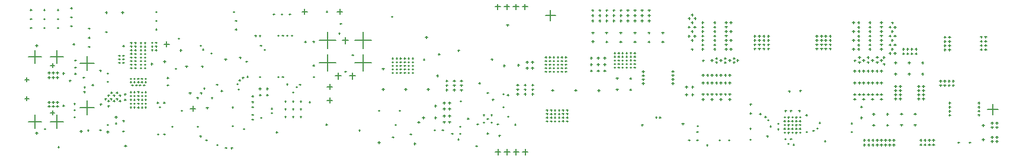
<source format=gbr>
%TF.GenerationSoftware,Altium Limited,Altium Designer,19.0.15 (446)*%
G04 Layer_Color=128*
%FSLAX45Y45*%
%MOMM*%
%TF.FileFunction,Drillmap*%
%TF.Part,CustomerPanel*%
G01*
G75*
%TA.AperFunction,NonConductor*%
%ADD118C,0.12700*%
D118*
X9281800Y5958840D02*
X9361800D01*
X9321800Y5918840D02*
Y5998840D01*
X9411340Y5958126D02*
X9491340D01*
X9451340Y5918126D02*
Y5998126D01*
X9540880Y5958840D02*
X9620880D01*
X9580880Y5918840D02*
Y5998840D01*
X9670420Y5958840D02*
X9750420D01*
X9710420Y5918840D02*
Y5998840D01*
X9667880Y8039100D02*
X9747880D01*
X9707880Y7999100D02*
Y8079100D01*
X9538340Y8039100D02*
X9618340D01*
X9578340Y7999100D02*
Y8079100D01*
X9408800Y8038386D02*
X9488800D01*
X9448800Y7998386D02*
Y8078386D01*
X9279260Y8039100D02*
X9359260D01*
X9319260Y7999100D02*
Y8079100D01*
X6879520Y6698554D02*
X6955720D01*
X6917620Y6660454D02*
Y6736654D01*
X6879520Y6893520D02*
X6955720D01*
X6917620Y6855420D02*
Y6931620D01*
X2923200Y7324098D02*
X3113200D01*
X3018200Y7229098D02*
Y7419098D01*
X2608200Y7324098D02*
X2798200D01*
X2703200Y7229098D02*
Y7419098D01*
X2923200Y6394098D02*
X3113200D01*
X3018200Y6299098D02*
Y6489098D01*
X2608200Y6394098D02*
X2798200D01*
X2703200Y6299098D02*
Y6489098D01*
X4545260Y7503449D02*
X4621460D01*
X4583360Y7465349D02*
Y7541549D01*
X4923720Y6581100D02*
X4999920D01*
X4961820Y6543000D02*
Y6619200D01*
X4278600Y6961060D02*
X4298600D01*
X4288600Y6951060D02*
Y6971060D01*
X4063600Y6961060D02*
X4083600D01*
X4073600Y6951060D02*
Y6971060D01*
X4171100Y6961060D02*
X4191100D01*
X4181100Y6951060D02*
Y6971060D01*
X4171100Y6819560D02*
X4191100D01*
X4181100Y6809560D02*
Y6829560D01*
X4171100Y6597560D02*
X4191100D01*
X4181100Y6587560D02*
Y6607560D01*
X4278600Y6708560D02*
X4298600D01*
X4288600Y6698560D02*
Y6718560D01*
X4063600Y6708560D02*
X4083600D01*
X4073600Y6698560D02*
Y6718560D01*
X4171100Y6708560D02*
X4191100D01*
X4181100Y6698560D02*
Y6718560D01*
X9997300Y7917140D02*
X10147300D01*
X10072300Y7842141D02*
Y7992140D01*
X16319360Y6568400D02*
X16469360D01*
X16394360Y6493401D02*
Y6643400D01*
X6767870Y7555860D02*
X7005370D01*
X6886620Y7437111D02*
Y7674610D01*
X6767870Y7238360D02*
X7005370D01*
X6886620Y7119611D02*
Y7357110D01*
X7275870Y7238360D02*
X7513370D01*
X7394620Y7119611D02*
Y7357110D01*
X7275870Y7555860D02*
X7513370D01*
X7394620Y7437111D02*
Y7674610D01*
X7095620Y7555860D02*
X7185620D01*
X7140620Y7510861D02*
Y7600860D01*
X7197220Y7047860D02*
X7287220D01*
X7242220Y7002861D02*
Y7092860D01*
X6994020Y7047860D02*
X7084020D01*
X7039020Y7002861D02*
Y7092860D01*
X6521380Y7967940D02*
X6597580D01*
X6559480Y7929840D02*
Y8006040D01*
X7024284Y7967940D02*
X7100484D01*
X7062384Y7929840D02*
Y8006040D01*
X13410460Y6457121D02*
X13430780D01*
X13420621Y6446961D02*
Y6467281D01*
X13630460Y6457121D02*
X13650780D01*
X13640620Y6446961D02*
Y6467281D01*
X13410460Y6237121D02*
X13430780D01*
X13420621Y6226961D02*
Y6247281D01*
X13630460Y6237121D02*
X13650780D01*
X13640620Y6226961D02*
Y6247281D01*
X13410460Y6347121D02*
X13430780D01*
X13420621Y6336961D02*
Y6357281D01*
X13520461Y6457121D02*
X13540781D01*
X13530620Y6446961D02*
Y6467281D01*
X13520461Y6237121D02*
X13540781D01*
X13530620Y6226961D02*
Y6247281D01*
X13627960Y6347121D02*
X13648280D01*
X13638120Y6336961D02*
Y6357281D01*
X7064940Y7795220D02*
X7085260D01*
X7075100Y7785060D02*
Y7805380D01*
X5805460Y6758900D02*
X5825780D01*
X5815620Y6748740D02*
Y6769060D01*
X6623920Y6673800D02*
X6644240D01*
X6634080Y6663640D02*
Y6683960D01*
X8471285Y7359832D02*
X8491605D01*
X8481445Y7349672D02*
Y7369992D01*
X8253221Y7282400D02*
X8273541D01*
X8263381Y7272240D02*
Y7292560D01*
X7811280Y6170964D02*
X7831600D01*
X7821440Y6160804D02*
Y6181124D01*
X8119100Y6078180D02*
X8149580D01*
X8134340Y6062940D02*
Y6093420D01*
X8747680Y6139536D02*
X8768000D01*
X8757840Y6129376D02*
Y6149696D01*
X7611040Y6549621D02*
X7631360D01*
X7621200Y6539461D02*
Y6559781D01*
X9334420Y6192241D02*
X9354740D01*
X9344580Y6182081D02*
Y6202401D01*
X4542060Y6664920D02*
X4562380D01*
X4552220Y6654760D02*
Y6675080D01*
X5297100Y6924000D02*
X5317420D01*
X5307260Y6913840D02*
Y6934160D01*
X5363140Y6835100D02*
X5383460D01*
X5373300Y6824940D02*
Y6845260D01*
X5911940Y7623856D02*
X5932260D01*
X5922100Y7613696D02*
Y7634016D01*
X5718740Y7255820D02*
X5739060D01*
X5728900Y7245660D02*
Y7265980D01*
X11950880Y6362660D02*
X11981360D01*
X11966120Y6347420D02*
Y6377900D01*
X6680480Y7035177D02*
X6700800D01*
X6690640Y7025017D02*
Y7045337D01*
X9445903Y7775300D02*
X9476383D01*
X9461143Y7760060D02*
Y7790540D01*
X8284960Y7601479D02*
X8315440D01*
X8300200Y7586239D02*
Y7616719D01*
X3273005Y7168946D02*
X3293325D01*
X3283165Y7158786D02*
Y7179106D01*
X7795960Y7896820D02*
X7816280D01*
X7806120Y7886660D02*
Y7906980D01*
X9042880Y6944880D02*
X9073360D01*
X9058120Y6929640D02*
Y6960120D01*
X9455080Y6774660D02*
X9475400D01*
X9465240Y6764500D02*
Y6784820D01*
X9390460Y6789620D02*
X9410780D01*
X9400620Y6779460D02*
Y6799780D01*
X7908220Y6549400D02*
X7928540D01*
X7918380Y6539240D02*
Y6559560D01*
X8745380Y7411680D02*
X8775860D01*
X8760620Y7396440D02*
Y7426920D01*
X8441620Y7051000D02*
X8472100D01*
X8456860Y7035760D02*
Y7066240D01*
X14946420Y7812484D02*
X14971820D01*
X14959120Y7799784D02*
Y7825184D01*
X10661580Y7665680D02*
X10692060D01*
X10676820Y7650440D02*
Y7680920D01*
X10859700Y7665680D02*
X10890180D01*
X10874940Y7650440D02*
Y7680920D01*
X11060360Y7665680D02*
X11090840D01*
X11075600Y7650440D02*
Y7680920D01*
X11263560Y7665680D02*
X11294040D01*
X11278800Y7650440D02*
Y7680920D01*
X11464220Y7665680D02*
X11494700D01*
X11479460Y7650440D02*
Y7680920D01*
X11662340Y7665680D02*
X11692820D01*
X11677580Y7650440D02*
Y7680920D01*
X11367173Y7839620D02*
X11397653D01*
X11382413Y7824380D02*
Y7854860D01*
X11468138Y7839620D02*
X11498618D01*
X11483378Y7824380D02*
Y7854860D01*
X11165243Y7839620D02*
X11195723D01*
X11180483Y7824380D02*
Y7854860D01*
X11266208Y7839620D02*
X11296688D01*
X11281448Y7824380D02*
Y7854860D01*
X10963313Y7839620D02*
X10993793D01*
X10978553Y7824380D02*
Y7854860D01*
X11064278Y7839620D02*
X11094758D01*
X11079518Y7824380D02*
Y7854860D01*
X10761383Y7839620D02*
X10791863D01*
X10776623Y7824380D02*
Y7854860D01*
X10862348Y7839620D02*
X10892828D01*
X10877588Y7824380D02*
Y7854860D01*
X10660418Y7839620D02*
X10690898D01*
X10675658Y7824380D02*
Y7854860D01*
X10110580Y7316762D02*
X10130900D01*
X10120740Y7306602D02*
Y7326922D01*
X10168820Y7316437D02*
X10189140D01*
X10178980Y7306277D02*
Y7326597D01*
X9996280Y7316762D02*
X10016600D01*
X10006440Y7306602D02*
Y7326922D01*
X10054520Y7316437D02*
X10074840D01*
X10064680Y7306277D02*
Y7326597D01*
X16213499Y7426301D02*
X16243980D01*
X16228740Y7411061D02*
Y7441541D01*
X16213499Y7486300D02*
X16243980D01*
X16228740Y7471060D02*
Y7501540D01*
X16278500Y7546300D02*
X16308980D01*
X16293739Y7531060D02*
Y7561540D01*
X16278500Y7486300D02*
X16308980D01*
X16293739Y7471060D02*
Y7501540D01*
X16213499Y7546300D02*
X16243980D01*
X16228740Y7531060D02*
Y7561540D01*
X16278500Y7426301D02*
X16308980D01*
X16293739Y7411061D02*
Y7441541D01*
X16213499Y7606300D02*
X16243980D01*
X16228740Y7591060D02*
Y7621540D01*
X16278500Y7606300D02*
X16308980D01*
X16293739Y7591060D02*
Y7621540D01*
X15760860Y7604720D02*
X15791341D01*
X15776100Y7589480D02*
Y7619960D01*
X15695860Y7604720D02*
X15726340D01*
X15711099Y7589480D02*
Y7619960D01*
X15760860Y7424721D02*
X15791341D01*
X15776100Y7409481D02*
Y7439961D01*
X15695860Y7544720D02*
X15726340D01*
X15711099Y7529480D02*
Y7559960D01*
X15694901Y6912308D02*
X15725380D01*
X15710139Y6897068D02*
Y6927548D01*
X15754900Y6912308D02*
X15785381D01*
X15770140Y6897068D02*
Y6927548D01*
X15694901Y6977308D02*
X15725380D01*
X15710139Y6962068D02*
Y6992548D01*
X15634900Y6977308D02*
X15665379D01*
X15650140Y6962068D02*
Y6992548D01*
X15760860Y7484721D02*
X15791341D01*
X15776100Y7469481D02*
Y7499961D01*
X15760860Y7544720D02*
X15791341D01*
X15776100Y7529480D02*
Y7559960D01*
X15695860Y7484721D02*
X15726340D01*
X15711099Y7469481D02*
Y7499961D01*
X15695860Y7424721D02*
X15726340D01*
X15711099Y7409481D02*
Y7439961D01*
X15634900Y6912308D02*
X15665379D01*
X15650140Y6897068D02*
Y6927548D01*
X15754900Y6977308D02*
X15785381D01*
X15770140Y6962068D02*
Y6992548D01*
X15814900Y6912308D02*
X15845380D01*
X15830141Y6897068D02*
Y6927548D01*
X15814900Y6977308D02*
X15845380D01*
X15830141Y6962068D02*
Y6992548D01*
X15162880Y7367120D02*
X15193359D01*
X15178120Y7351880D02*
Y7382360D01*
X15162880Y7432121D02*
X15193359D01*
X15178120Y7416881D02*
Y7447361D01*
X15102879Y7432121D02*
X15133360D01*
X15118120Y7416881D02*
Y7447361D01*
X15222881Y7367120D02*
X15253360D01*
X15238120Y7351880D02*
Y7382360D01*
X15102879Y7367120D02*
X15133360D01*
X15118120Y7351880D02*
Y7382360D01*
X15282880Y7367120D02*
X15313361D01*
X15298120Y7351880D02*
Y7382360D01*
X15222881Y7432121D02*
X15253360D01*
X15238120Y7416881D02*
Y7447361D01*
X15282880Y7432121D02*
X15313361D01*
X15298120Y7416881D02*
Y7447361D01*
X6868320Y7968357D02*
X6888640D01*
X6878480Y7958197D02*
Y7978517D01*
X3732960Y7084660D02*
X3753280D01*
X3743120Y7074500D02*
Y7094820D01*
X5668280Y7023060D02*
X5688600D01*
X5678440Y7012900D02*
Y7033220D01*
X5619680Y6987500D02*
X5640000D01*
X5629840Y6977340D02*
Y6997660D01*
X3732960Y6967081D02*
X3753280D01*
X3743120Y6956921D02*
Y6977241D01*
X3243740Y7503449D02*
X3274220D01*
X3258980Y7488209D02*
Y7518689D01*
X3103040Y6623098D02*
X3123360D01*
X3113200Y6612938D02*
Y6633258D01*
X3191015Y6982420D02*
X3216415D01*
X3203715Y6969720D02*
Y6995120D01*
X2558200Y6724098D02*
X2618200D01*
X2588200Y6694098D02*
Y6754098D01*
X2558200Y6994098D02*
X2618200D01*
X2588200Y6964098D02*
Y7024098D01*
X2923200Y7199098D02*
X2983200D01*
X2953200Y7169098D02*
Y7229098D01*
X2923200Y6519098D02*
X2983200D01*
X2953200Y6489098D02*
Y6549098D01*
X3272720Y7273700D02*
X3293040D01*
X3282880Y7263540D02*
Y7283860D01*
X3272720Y7080660D02*
X3293040D01*
X3282880Y7070500D02*
Y7090820D01*
X2712780Y7483425D02*
X2743260D01*
X2728020Y7468185D02*
Y7498665D01*
X9165520Y6225074D02*
X9185840D01*
X9175680Y6214914D02*
Y6235234D01*
X9005720Y6041908D02*
X9026040D01*
X9015880Y6031748D02*
Y6052068D01*
X9389040Y6603960D02*
X9409360D01*
X9399200Y6593800D02*
Y6614120D01*
X3097960Y7084938D02*
X3128440D01*
X3113200Y7069698D02*
Y7100178D01*
X3399720Y6822400D02*
X3425120D01*
X3412420Y6809700D02*
Y6835100D01*
X13163242Y6183958D02*
X13183562D01*
X13173402Y6173798D02*
Y6194118D01*
X6301940Y7625756D02*
X6322260D01*
X6312100Y7615596D02*
Y7635916D01*
X6236940Y7625756D02*
X6257260D01*
X6247100Y7615596D02*
Y7635916D01*
X4225220Y6707120D02*
X4245540D01*
X4235380Y6696960D02*
Y6717280D01*
X4194740Y6917000D02*
X4215060D01*
X4204900Y6906840D02*
Y6927160D01*
X4225220Y6597900D02*
X4245540D01*
X4235380Y6587740D02*
Y6608060D01*
X4144525Y6916380D02*
X4164845D01*
X4154685Y6906220D02*
Y6926540D01*
X4225220Y6652510D02*
X4245540D01*
X4235380Y6642350D02*
Y6662670D01*
X4116000Y6598880D02*
X4136320D01*
X4126160Y6588720D02*
Y6609040D01*
X4278440Y6763170D02*
X4298760D01*
X4288600Y6753010D02*
Y6773330D01*
X4063440Y7010360D02*
X4083760D01*
X4073600Y7000200D02*
Y7020520D01*
X4116000Y6708100D02*
X4136320D01*
X4126160Y6697940D02*
Y6718260D01*
X4278440Y6599340D02*
X4298760D01*
X4288600Y6589180D02*
Y6609500D01*
X4478679Y6603519D02*
X4498999D01*
X4488839Y6593359D02*
Y6613679D01*
X4276020Y7010360D02*
X4296340D01*
X4286180Y7000200D02*
Y7020520D01*
X4063440Y6763170D02*
X4083760D01*
X4073600Y6753010D02*
Y6773330D01*
X3978400Y6705060D02*
X4003800D01*
X3991100Y6692360D02*
Y6717760D01*
X4116585Y6961380D02*
X4136905D01*
X4126745Y6951220D02*
Y6971540D01*
X4170940Y6763170D02*
X4191260D01*
X4181100Y6753010D02*
Y6773330D01*
X4222875Y7010360D02*
X4243195D01*
X4233035Y7000200D02*
Y7020520D01*
X4063440Y6599340D02*
X4083760D01*
X4073600Y6589180D02*
Y6609500D01*
X4116000Y6762710D02*
X4136320D01*
X4126160Y6752550D02*
Y6772870D01*
X4448321Y6664920D02*
X4468641D01*
X4458481Y6654760D02*
Y6675080D01*
X3978400Y6785060D02*
X4003800D01*
X3991100Y6772360D02*
Y6797760D01*
X4086300Y6916380D02*
X4106620D01*
X4096460Y6906220D02*
Y6926540D01*
X4169730Y7010360D02*
X4190050D01*
X4179890Y7000200D02*
Y7020520D01*
X4116000Y6653490D02*
X4136320D01*
X4126160Y6643330D02*
Y6663650D01*
X4170940Y6653950D02*
X4191260D01*
X4181100Y6643790D02*
Y6664110D01*
X4253602Y6917753D02*
X4273922D01*
X4263762Y6907593D02*
Y6927913D01*
X4278440Y6653950D02*
X4298760D01*
X4288600Y6643790D02*
Y6664110D01*
X4116000Y6817320D02*
X4136320D01*
X4126160Y6807160D02*
Y6827480D01*
X4278440Y6817780D02*
X4298760D01*
X4288600Y6807620D02*
Y6827940D01*
X4116585Y7010360D02*
X4136905D01*
X4126745Y7000200D02*
Y7020520D01*
X4063440Y6653950D02*
X4083760D01*
X4073600Y6643790D02*
Y6664110D01*
X4225220Y6816340D02*
X4245540D01*
X4235380Y6806180D02*
Y6826500D01*
X4222875Y6961380D02*
X4243195D01*
X4233035Y6951220D02*
Y6971540D01*
X4063440Y6817780D02*
X4083760D01*
X4073600Y6807620D02*
Y6827940D01*
X4225220Y6761730D02*
X4245540D01*
X4235380Y6751570D02*
Y6771890D01*
X3730080Y6248360D02*
X3760560D01*
X3745320Y6233120D02*
Y6263600D01*
X3846760Y6457460D02*
X3877240D01*
X3862000Y6442220D02*
Y6472700D01*
X13497920Y6549621D02*
X13523320D01*
X13510620Y6536921D02*
Y6562321D01*
X6483040Y6924240D02*
X6503360D01*
X6493200Y6914080D02*
Y6934400D01*
X3390600Y7026080D02*
X3410920D01*
X3400760Y7015920D02*
Y7036240D01*
X3214300Y7760140D02*
X3234620D01*
X3224460Y7749980D02*
Y7770300D01*
X3214300Y8019220D02*
X3234620D01*
X3224460Y8009060D02*
Y8029380D01*
X3214300Y7888120D02*
X3234620D01*
X3224460Y7877960D02*
Y7898280D01*
X3468300Y7727221D02*
X3488620D01*
X3478460Y7717061D02*
Y7737381D01*
X3468300Y7596120D02*
X3488620D01*
X3478460Y7585960D02*
Y7606280D01*
X3468300Y7468141D02*
X3488620D01*
X3478460Y7457981D02*
Y7478301D01*
X5627300Y7310080D02*
X5647620D01*
X5637460Y7299920D02*
Y7320240D01*
X13317960Y6367121D02*
X13338280D01*
X13328120Y6356961D02*
Y6377281D01*
X13174977Y6418540D02*
X13195297D01*
X13185136Y6408380D02*
Y6428700D01*
X13209200Y6327100D02*
X13229520D01*
X13219360Y6316940D02*
Y6337260D01*
X13417920Y6549621D02*
X13443320D01*
X13430620Y6536921D02*
Y6562321D01*
X13821638Y6263287D02*
X13841959D01*
X13831798Y6253127D02*
Y6273447D01*
X13722960Y6247121D02*
X13743280D01*
X13733121Y6236961D02*
Y6257281D01*
X13879761Y6299160D02*
X13900079D01*
X13889920Y6289000D02*
Y6309320D01*
X13909460Y6377280D02*
X13929781D01*
X13919620Y6367120D02*
Y6387440D01*
X13421100Y6144621D02*
X13441420D01*
X13431261Y6134461D02*
Y6154781D01*
X13500459Y6144621D02*
X13520779D01*
X13510620Y6134461D02*
Y6154781D01*
X12304960Y6057860D02*
X12325280D01*
X12315120Y6047700D02*
Y6068020D01*
X13540460Y6064058D02*
X13560780D01*
X13550620Y6053898D02*
Y6074218D01*
X13460460Y6079620D02*
X13480780D01*
X13470621Y6069460D02*
Y6089780D01*
X13985460Y6114620D02*
X14005780D01*
X13995621Y6104460D02*
Y6124780D01*
X13317960Y6286521D02*
X13338280D01*
X13328120Y6276361D02*
Y6296681D01*
X13135539Y6461720D02*
X13155859D01*
X13145700Y6451560D02*
Y6471880D01*
X11629320Y6454100D02*
X11649640D01*
X11639480Y6443940D02*
Y6464260D01*
X11576633Y6454580D02*
X11596953D01*
X11586793Y6444420D02*
Y6464740D01*
X12920419Y6510780D02*
X12945821D01*
X12933121Y6498080D02*
Y6523480D01*
X12165460Y6332120D02*
X12185780D01*
X12175620Y6321960D02*
Y6342280D01*
X13572420Y6238200D02*
X13597820D01*
X13585120Y6225500D02*
Y6250900D01*
X5424100Y6017220D02*
X5444420D01*
X5434260Y6007060D02*
Y6027380D01*
X5507920Y6014620D02*
X5528240D01*
X5518080Y6004460D02*
Y6024780D01*
X5302180Y6060400D02*
X5322500D01*
X5312340Y6050240D02*
Y6070560D01*
X4592608Y6916380D02*
X4612928D01*
X4602768Y6906220D02*
Y6926540D01*
X4593810Y7020520D02*
X4614130D01*
X4603970Y7010360D02*
Y7030680D01*
X3735000Y6347681D02*
X3755320D01*
X3745160Y6337521D02*
Y6357841D01*
X3851840Y6369460D02*
X3872160D01*
X3862000Y6359300D02*
Y6379620D01*
X3346380Y6254341D02*
X3376860D01*
X3361620Y6239101D02*
Y6269581D01*
X5022780Y6324560D02*
X5043100D01*
X5032940Y6314400D02*
Y6334720D01*
X5064536Y6802080D02*
X5095016D01*
X5079776Y6786840D02*
Y6817320D01*
X4905940Y6802080D02*
X4936420D01*
X4921180Y6786840D02*
Y6817320D01*
X4543540Y6212120D02*
X4563860D01*
X4553700Y6201960D02*
Y6222280D01*
X4455540Y6212120D02*
X4475860D01*
X4465700Y6201960D02*
Y6222280D01*
X5523160Y6598880D02*
X5543480D01*
X5533320Y6588720D02*
Y6609040D01*
X5606980Y6857880D02*
X5627300D01*
X5617140Y6847720D02*
Y6868040D01*
X5731440Y7037503D02*
X5751760D01*
X5741600Y7027343D02*
Y7047663D01*
X5589200Y6934160D02*
X5609520D01*
X5599360Y6924000D02*
Y6944320D01*
X5911940Y7035756D02*
X5932260D01*
X5922100Y7025596D02*
Y7045916D01*
X7047160Y7658060D02*
X7067480D01*
X7057320Y7647900D02*
Y7668220D01*
X14410420Y7270484D02*
X14435820D01*
X14423120Y7257784D02*
Y7283184D01*
X6678320Y7538120D02*
X6698640D01*
X6688480Y7527960D02*
Y7548280D01*
X6559480Y7537860D02*
X6579800D01*
X6569640Y7527700D02*
Y7548020D01*
X8065700Y6212800D02*
X8086020D01*
X8075860Y6202640D02*
Y6222960D01*
X8176123Y6385130D02*
X8206603D01*
X8191363Y6369890D02*
Y6400370D01*
X6861740Y6352060D02*
X6882060D01*
X6871900Y6341900D02*
Y6362220D01*
X5144699Y6128979D02*
X5165019D01*
X5154859Y6118819D02*
Y6139139D01*
X5680640Y6290500D02*
X5700960D01*
X5690800Y6280340D02*
Y6300660D01*
X10072120Y6556606D02*
X10092440D01*
X10082280Y6546446D02*
Y6566766D01*
X10013880Y6556930D02*
X10034200D01*
X10024040Y6546770D02*
Y6567090D01*
X8773440Y6222960D02*
X8793760D01*
X8783600Y6212800D02*
Y6233120D01*
X7606200Y6095964D02*
X7636680D01*
X7621440Y6080724D02*
Y6111204D01*
X14825089Y7216746D02*
X14855568D01*
X14840327Y7201506D02*
Y7231986D01*
X5413940Y7284680D02*
X5444420D01*
X5429180Y7269440D02*
Y7299920D01*
X4773860Y7413300D02*
X4804340D01*
X4789100Y7398060D02*
Y7428540D01*
X4791640Y6553160D02*
X4811960D01*
X4801800Y6543000D02*
Y6563320D01*
X3742268Y6615293D02*
X3767668D01*
X3754968Y6602593D02*
Y6627993D01*
X3742268Y6687780D02*
X3767668D01*
X3754968Y6675080D02*
Y6700480D01*
X3959600Y7477921D02*
X3985000D01*
X3972300Y7465221D02*
Y7490621D01*
X3783577Y6807160D02*
X3808977D01*
X3796277Y6794460D02*
Y6819860D01*
X3864668Y6720800D02*
X3890068D01*
X3877368Y6708100D02*
Y6733500D01*
X3782424Y6720800D02*
X3807824D01*
X3795124Y6708100D02*
Y6733500D01*
X3865810Y6807160D02*
X3891210D01*
X3878510Y6794460D02*
Y6819860D01*
X3742268Y6769060D02*
X3767668D01*
X3754968Y6756360D02*
Y6781760D01*
X14875533Y6343200D02*
X14906012D01*
X14890771Y6327960D02*
Y6358440D01*
X14678032Y6343200D02*
X14708511D01*
X14693272Y6327960D02*
Y6358440D01*
X14875533Y6503200D02*
X14906012D01*
X14890771Y6487960D02*
Y6518440D01*
X14678032Y6503200D02*
X14708511D01*
X14693272Y6487960D02*
Y6518440D01*
X10738020Y7305019D02*
X10768500D01*
X10753260Y7289779D02*
Y7320259D01*
X10641260Y7213022D02*
X10671740D01*
X10656500Y7197782D02*
Y7228262D01*
X10834300Y7213022D02*
X10864780D01*
X10849540Y7197782D02*
Y7228262D01*
X10738020Y7213022D02*
X10768500D01*
X10753260Y7197782D02*
Y7228262D01*
X10641422Y7122120D02*
X10671902D01*
X10656662Y7106880D02*
Y7137360D01*
X10641559Y7304232D02*
X10672039D01*
X10656799Y7288992D02*
Y7319472D01*
X10737932Y7122120D02*
X10768412D01*
X10753172Y7106880D02*
Y7137360D01*
X10834300Y7304232D02*
X10864780D01*
X10849540Y7288992D02*
Y7319472D01*
X10834300Y7122120D02*
X10864780D01*
X10849540Y7106880D02*
Y7137360D01*
X11010486Y7013180D02*
X11040966D01*
X11025726Y6997940D02*
Y7028420D01*
X11010486Y6853180D02*
X11040966D01*
X11025726Y6837940D02*
Y6868420D01*
X10750180Y6841400D02*
X10780660D01*
X10765420Y6826160D02*
Y6856640D01*
X10090080Y6843722D02*
X10120560D01*
X10105320Y6828482D02*
Y6858962D01*
X10418269Y6843718D02*
X10448749D01*
X10433509Y6828478D02*
Y6858958D01*
X11370240Y6345561D02*
X11400720D01*
X11385480Y6330321D02*
Y6360801D01*
X15268031Y6504416D02*
X15298512D01*
X15283272Y6489176D02*
Y6519656D01*
X15268031Y6344416D02*
X15298512D01*
X15283272Y6329176D02*
Y6359656D01*
X15073032Y6504416D02*
X15103513D01*
X15088272Y6489176D02*
Y6519656D01*
X15073032Y6344416D02*
X15103513D01*
X15088272Y6329176D02*
Y6359656D01*
X13059340Y6504900D02*
X13084740D01*
X13072040Y6492200D02*
Y6517600D01*
X10168820Y7264652D02*
X10189140D01*
X10178980Y7254492D02*
Y7274812D01*
X10224880Y7161730D02*
X10245200D01*
X10235040Y7151570D02*
Y7171890D01*
X10224880Y7213516D02*
X10245200D01*
X10235040Y7203356D02*
Y7223676D01*
X10168820Y7212866D02*
X10189140D01*
X10178980Y7202706D02*
Y7223026D01*
X10110580Y7213191D02*
X10130900D01*
X10120740Y7203031D02*
Y7223351D01*
X10110580Y7161406D02*
X10130900D01*
X10120740Y7151246D02*
Y7171566D01*
X10054520Y7109295D02*
X10074840D01*
X10064680Y7099135D02*
Y7119455D01*
X10054520Y7212866D02*
X10074840D01*
X10064680Y7202706D02*
Y7223026D01*
X11152308Y7325008D02*
X11172628D01*
X11162468Y7314848D02*
Y7335168D01*
X11152308Y7376794D02*
X11172628D01*
X11162468Y7366634D02*
Y7386954D01*
X11152308Y7273223D02*
X11172628D01*
X11162468Y7263063D02*
Y7283383D01*
X11208368Y7273872D02*
X11228688D01*
X11218528Y7263712D02*
Y7284032D01*
X11208368Y7222086D02*
X11228688D01*
X11218528Y7211926D02*
Y7232246D01*
X11038008Y7273223D02*
X11058328D01*
X11048168Y7263063D02*
Y7283383D01*
X11038008Y7169652D02*
X11058328D01*
X11048168Y7159492D02*
Y7179812D01*
X11094068Y7221762D02*
X11114388D01*
X11104228Y7211602D02*
Y7231922D01*
X11094068Y7273547D02*
X11114388D01*
X11104228Y7263387D02*
Y7283707D01*
X10110580Y7264977D02*
X10130900D01*
X10120740Y7254817D02*
Y7275137D01*
X10054520Y7264652D02*
X10074840D01*
X10064680Y7254492D02*
Y7274812D01*
X10224880Y7265301D02*
X10245200D01*
X10235040Y7255141D02*
Y7275461D01*
X10054520Y7161081D02*
X10074840D01*
X10064680Y7150921D02*
Y7171241D01*
X10224880Y7109945D02*
X10245200D01*
X10235040Y7099785D02*
Y7120105D01*
X10110580Y7109620D02*
X10130900D01*
X10120740Y7099460D02*
Y7119780D01*
X10224880Y7317087D02*
X10245200D01*
X10235040Y7306927D02*
Y7327247D01*
X10168820Y7161081D02*
X10189140D01*
X10178980Y7150921D02*
Y7171241D01*
X10168820Y7109295D02*
X10189140D01*
X10178980Y7099135D02*
Y7119455D01*
X11208368Y7170301D02*
X11228688D01*
X11218528Y7160141D02*
Y7180461D01*
X11208368Y7377443D02*
X11228688D01*
X11218528Y7367283D02*
Y7387603D01*
X11152308Y7221437D02*
X11172628D01*
X11162468Y7211277D02*
Y7231597D01*
X11152308Y7169652D02*
X11172628D01*
X11162468Y7159492D02*
Y7179812D01*
X11094068Y7169976D02*
X11114388D01*
X11104228Y7159816D02*
Y7180136D01*
X11038008Y7221437D02*
X11058328D01*
X11048168Y7211277D02*
Y7231597D01*
X11094068Y7377118D02*
X11114388D01*
X11104228Y7366958D02*
Y7387278D01*
X11038008Y7376794D02*
X11058328D01*
X11048168Y7366634D02*
Y7386954D01*
X11208368Y7325657D02*
X11228688D01*
X11218528Y7315497D02*
Y7335817D01*
X11094068Y7325333D02*
X11114388D01*
X11104228Y7315173D02*
Y7335493D01*
X11038008Y7325008D02*
X11058328D01*
X11048168Y7314848D02*
Y7335168D01*
X10128180Y6556930D02*
X10148500D01*
X10138340Y6546770D02*
Y6567090D01*
X10300720Y6556930D02*
X10321040D01*
X10310880Y6546770D02*
Y6567090D01*
X13573000Y6402201D02*
X13598399D01*
X13585699Y6389501D02*
Y6414901D01*
X13618559Y6549621D02*
X13643961D01*
X13631261Y6536921D02*
Y6562321D01*
X13573000Y6457121D02*
X13598399D01*
X13585699Y6444421D02*
Y6469821D01*
X13517920Y6402201D02*
X13543320D01*
X13530620Y6389501D02*
Y6414901D01*
X13631966Y6835797D02*
X13657365D01*
X13644666Y6823097D02*
Y6848497D01*
X12479912Y6127120D02*
X12500232D01*
X12490072Y6116960D02*
Y6137280D01*
X12922960Y6294080D02*
X12943280D01*
X12933121Y6283920D02*
Y6304240D01*
X12614912Y6127120D02*
X12635232D01*
X12625072Y6116960D02*
Y6137280D01*
X12046153Y6126440D02*
X12066473D01*
X12056313Y6116280D02*
Y6136600D01*
X13475560Y6828554D02*
X13500960D01*
X13488260Y6815854D02*
Y6841254D01*
X13463200Y6237121D02*
X13488600D01*
X13475900Y6224421D02*
Y6249821D01*
X13407320Y6291960D02*
X13432719D01*
X13420020Y6279260D02*
Y6304660D01*
X13462959Y6291000D02*
X13488359D01*
X13475659Y6278300D02*
Y6303700D01*
X13517920Y6292041D02*
X13543320D01*
X13530620Y6279341D02*
Y6304741D01*
X13462840Y6347121D02*
X13488240D01*
X13475540Y6334421D02*
Y6359821D01*
X12920419Y6640780D02*
X12945821D01*
X12933121Y6628080D02*
Y6653480D01*
X14501546Y6605241D02*
X14532025D01*
X14516785Y6590001D02*
Y6620481D01*
X14501561Y6449233D02*
X14532040D01*
X14516801Y6433993D02*
Y6464473D01*
X14824107Y7314652D02*
X14854587D01*
X14839346Y7299412D02*
Y7329892D01*
X12732380Y7269120D02*
X12762860D01*
X12747620Y7253880D02*
Y7284360D01*
X12083380Y7924620D02*
X12113860D01*
X12098620Y7909380D02*
Y7939860D01*
X12089300Y6891642D02*
X12119780D01*
X12104540Y6876402D02*
Y6906882D01*
X12001300Y6891642D02*
X12031780D01*
X12016540Y6876402D02*
Y6906882D01*
X12089880Y6782742D02*
X12120360D01*
X12105120Y6767502D02*
Y6797982D01*
X12001880Y6782742D02*
X12032360D01*
X12017120Y6767502D02*
Y6797982D01*
X14461240Y7746960D02*
X14491721D01*
X14476480Y7731720D02*
Y7762200D01*
X14461240Y7492960D02*
X14491721D01*
X14476480Y7477720D02*
Y7508200D01*
X14461420Y7619960D02*
X14491901D01*
X14476660Y7604720D02*
Y7635200D01*
X14461240Y7810840D02*
X14491721D01*
X14476480Y7795600D02*
Y7826080D01*
X14461240Y7683840D02*
X14491721D01*
X14476480Y7668600D02*
Y7699080D01*
X14461240Y7556840D02*
X14491721D01*
X14476480Y7541600D02*
Y7572080D01*
X14461240Y7429840D02*
X14491721D01*
X14476480Y7414600D02*
Y7445080D01*
X14388879Y7812484D02*
X14419360D01*
X14404120Y7797244D02*
Y7827724D01*
X14388879Y7685484D02*
X14419360D01*
X14404120Y7670244D02*
Y7700724D01*
X14388879Y7558484D02*
X14419360D01*
X14404120Y7543244D02*
Y7573724D01*
X14388879Y7431484D02*
X14419360D01*
X14404120Y7416244D02*
Y7446724D01*
X12569300Y7496856D02*
X12599780D01*
X12584540Y7481616D02*
Y7512096D01*
X12569300Y7750856D02*
X12599780D01*
X12584540Y7735616D02*
Y7766096D01*
X12569120Y7623856D02*
X12599600D01*
X12584360Y7608616D02*
Y7639096D01*
X12569300Y7432976D02*
X12599780D01*
X12584540Y7417736D02*
Y7448216D01*
X12569300Y7559976D02*
X12599780D01*
X12584540Y7544736D02*
Y7575216D01*
X12569300Y7686976D02*
X12599780D01*
X12584540Y7671736D02*
Y7702216D01*
X12569300Y7813976D02*
X12599780D01*
X12584540Y7798736D02*
Y7829216D01*
X12302880Y6784880D02*
X12333360D01*
X12318120Y6769640D02*
Y6800120D01*
X12556880Y6784880D02*
X12587360D01*
X12572120Y6769640D02*
Y6800120D01*
X12429880Y6785060D02*
X12460360D01*
X12445120Y6769820D02*
Y6800300D01*
X12239000Y6784880D02*
X12269480D01*
X12254240Y6769640D02*
Y6800120D01*
X12366000Y6784880D02*
X12396480D01*
X12381240Y6769640D02*
Y6800120D01*
X12493000Y6784880D02*
X12523480D01*
X12508240Y6769640D02*
Y6800120D01*
X12620000Y6784880D02*
X12650480D01*
X12635240Y6769640D02*
Y6800120D01*
X14471581Y6784120D02*
X14502060D01*
X14486819Y6768880D02*
Y6799360D01*
X14725580Y6784120D02*
X14756059D01*
X14740820Y6768880D02*
Y6799360D01*
X14598579Y6784300D02*
X14629060D01*
X14613820Y6769060D02*
Y6799540D01*
X14407700Y6784120D02*
X14438181D01*
X14422940Y6768880D02*
Y6799360D01*
X14534700Y6784120D02*
X14565179D01*
X14549940Y6768880D02*
Y6799360D01*
X14661700Y6784120D02*
X14692180D01*
X14676939Y6768880D02*
Y6799360D01*
X14788699Y6784120D02*
X14819180D01*
X14803940Y6768880D02*
Y6799360D01*
X14788879Y6715484D02*
X14819360D01*
X14804120Y6700244D02*
Y6730724D01*
X14661880Y6715484D02*
X14692360D01*
X14677119Y6700244D02*
Y6730724D01*
X14534880Y6715484D02*
X14565359D01*
X14550121Y6700244D02*
Y6730724D01*
X14407880Y6715484D02*
X14438361D01*
X14423120Y6700244D02*
Y6730724D01*
X12620380Y6714620D02*
X12650860D01*
X12635620Y6699380D02*
Y6729860D01*
X12493380Y6714620D02*
X12523860D01*
X12508620Y6699380D02*
Y6729860D01*
X12366380Y6714620D02*
X12396860D01*
X12381620Y6699380D02*
Y6729860D01*
X12239380Y6714620D02*
X12269860D01*
X12254620Y6699380D02*
Y6729860D01*
X12302879Y7060980D02*
X12333359D01*
X12318119Y7045740D02*
Y7076220D01*
X12556879Y7060980D02*
X12587359D01*
X12572119Y7045740D02*
Y7076220D01*
X12429879Y7061160D02*
X12460359D01*
X12445119Y7045920D02*
Y7076400D01*
X12238999Y7060980D02*
X12269479D01*
X12254239Y7045740D02*
Y7076220D01*
X12365999Y7060980D02*
X12396479D01*
X12381239Y7045740D02*
Y7076220D01*
X12492999Y7060980D02*
X12523479D01*
X12508239Y7045740D02*
Y7076220D01*
X12619999Y7060980D02*
X12650479D01*
X12635239Y7045740D02*
Y7076220D01*
X14470880Y7116860D02*
X14501360D01*
X14486121Y7101620D02*
Y7132100D01*
X14724879Y7116860D02*
X14755360D01*
X14740120Y7101620D02*
Y7132100D01*
X14597881Y7117040D02*
X14628360D01*
X14613120Y7101800D02*
Y7132280D01*
X14407001Y7116860D02*
X14437480D01*
X14422240Y7101620D02*
Y7132100D01*
X14534000Y7116860D02*
X14564481D01*
X14549240Y7101620D02*
Y7132100D01*
X14661000Y7116860D02*
X14691479D01*
X14676241Y7101620D02*
Y7132100D01*
X14788000Y7116860D02*
X14818480D01*
X14803239Y7101620D02*
Y7132100D01*
X14471381Y6948804D02*
X14501860D01*
X14486620Y6933564D02*
Y6964044D01*
X14725380Y6948804D02*
X14755859D01*
X14740620Y6933564D02*
Y6964044D01*
X14598380Y6948984D02*
X14628860D01*
X14613620Y6933744D02*
Y6964224D01*
X14407500Y6948804D02*
X14437981D01*
X14422740Y6933564D02*
Y6964044D01*
X14534500Y6948804D02*
X14564980D01*
X14549741Y6933564D02*
Y6964044D01*
X14661501Y6948804D02*
X14691980D01*
X14676740Y6933564D02*
Y6964044D01*
X14788499Y6948804D02*
X14818980D01*
X14803740Y6933564D02*
Y6964044D01*
X12556880Y6948301D02*
X12587360D01*
X12572120Y6933061D02*
Y6963541D01*
X12302880Y6948301D02*
X12333360D01*
X12318120Y6933061D02*
Y6963541D01*
X12429880Y6948120D02*
X12460360D01*
X12445120Y6932880D02*
Y6963360D01*
X12620760Y6948301D02*
X12651240D01*
X12636000Y6933061D02*
Y6963541D01*
X12493760Y6948301D02*
X12524240D01*
X12509000Y6933061D02*
Y6963541D01*
X12366760Y6948301D02*
X12397240D01*
X12382000Y6933061D02*
Y6963541D01*
X12239760Y6948301D02*
X12270240D01*
X12255000Y6933061D02*
Y6963541D01*
X14789259Y7495984D02*
X14819740D01*
X14804500Y7480744D02*
Y7511224D01*
X14789259Y7749984D02*
X14819740D01*
X14804500Y7734744D02*
Y7765224D01*
X14789079Y7622984D02*
X14819560D01*
X14804320Y7607744D02*
Y7638224D01*
X14789259Y7432104D02*
X14819740D01*
X14804500Y7416864D02*
Y7447344D01*
X14789259Y7559104D02*
X14819740D01*
X14804500Y7543864D02*
Y7574344D01*
X14789259Y7686104D02*
X14819740D01*
X14804500Y7670864D02*
Y7701344D01*
X14789259Y7813104D02*
X14819740D01*
X14804500Y7797864D02*
Y7828344D01*
X14622560Y7494984D02*
X14653040D01*
X14637801Y7479744D02*
Y7510224D01*
X14622560Y7748984D02*
X14653040D01*
X14637801Y7733744D02*
Y7764224D01*
X14622380Y7621984D02*
X14652859D01*
X14637621Y7606744D02*
Y7637224D01*
X14622560Y7431104D02*
X14653040D01*
X14637801Y7415864D02*
Y7446344D01*
X14622560Y7558104D02*
X14653040D01*
X14637801Y7542864D02*
Y7573344D01*
X14622560Y7685104D02*
X14653040D01*
X14637801Y7669864D02*
Y7700344D01*
X14622560Y7812104D02*
X14653040D01*
X14637801Y7796864D02*
Y7827344D01*
X12404560Y7495120D02*
X12435040D01*
X12419800Y7479880D02*
Y7510360D01*
X12404560Y7749120D02*
X12435040D01*
X12419800Y7733880D02*
Y7764360D01*
X12404380Y7622120D02*
X12434860D01*
X12419620Y7606880D02*
Y7637360D01*
X12404560Y7431240D02*
X12435040D01*
X12419800Y7416000D02*
Y7446480D01*
X12404560Y7558240D02*
X12435040D01*
X12419800Y7543000D02*
Y7573480D01*
X12404560Y7685240D02*
X12435040D01*
X12419800Y7670000D02*
Y7700480D01*
X12404560Y7812240D02*
X12435040D01*
X12419800Y7797000D02*
Y7827480D01*
X12234020Y7495500D02*
X12264500D01*
X12249260Y7480260D02*
Y7510740D01*
X12234020Y7749500D02*
X12264500D01*
X12249260Y7734260D02*
Y7764740D01*
X12233840Y7622500D02*
X12264320D01*
X12249080Y7607260D02*
Y7637740D01*
X12234020Y7431620D02*
X12264500D01*
X12249260Y7416380D02*
Y7446860D01*
X12234020Y7558620D02*
X12264500D01*
X12249260Y7543380D02*
Y7573860D01*
X12234020Y7685620D02*
X12264500D01*
X12249260Y7670380D02*
Y7700860D01*
X12234020Y7812620D02*
X12264500D01*
X12249260Y7797380D02*
Y7827860D01*
X12637880Y7812620D02*
X12668360D01*
X12653120Y7797380D02*
Y7827860D01*
X12637880Y7685620D02*
X12668360D01*
X12653120Y7670380D02*
Y7700860D01*
X12637880Y7558620D02*
X12668360D01*
X12653120Y7543380D02*
Y7573860D01*
X12637880Y7431620D02*
X12668360D01*
X12653120Y7416380D02*
Y7446860D01*
X12085420Y7431620D02*
X12110820D01*
X12098120Y7418920D02*
Y7444320D01*
X12241920Y7269620D02*
X12267320D01*
X12254620Y7256920D02*
Y7282320D01*
X15896700Y6092121D02*
X15917020D01*
X15906860Y6081961D02*
Y6102281D01*
X16056700Y6092120D02*
X16077020D01*
X16066859Y6081960D02*
Y6102280D01*
X14725240Y6127120D02*
X14755721D01*
X14740480Y6111880D02*
Y6142360D01*
X14786880Y6127425D02*
X14817360D01*
X14802119Y6112185D02*
Y6142665D01*
X14846880Y6127425D02*
X14877361D01*
X14862120Y6112185D02*
Y6142665D01*
X14906880Y6127425D02*
X14937360D01*
X14922121Y6112185D02*
Y6142665D01*
X14966879Y6127425D02*
X14997360D01*
X14982120Y6112185D02*
Y6142665D01*
X15350760Y6128409D02*
X15381239D01*
X15366000Y6113169D02*
Y6143649D01*
X15410760Y6128409D02*
X15441240D01*
X15425999Y6113169D02*
Y6143649D01*
X15470760Y6128409D02*
X15501241D01*
X15486000Y6113169D02*
Y6143649D01*
X15530760Y6128409D02*
X15561240D01*
X15546001Y6113169D02*
Y6143649D01*
X14725240Y6062120D02*
X14755721D01*
X14740480Y6046880D02*
Y6077360D01*
X14665240Y6127120D02*
X14695720D01*
X14680479Y6111880D02*
Y6142360D01*
X14786880Y6062425D02*
X14817360D01*
X14802119Y6047185D02*
Y6077665D01*
X14846880Y6062425D02*
X14877361D01*
X14862120Y6047185D02*
Y6077665D01*
X14906880Y6062425D02*
X14937360D01*
X14922121Y6047185D02*
Y6077665D01*
X14966879Y6062425D02*
X14997360D01*
X14982120Y6047185D02*
Y6077665D01*
X15350760Y6063409D02*
X15381239D01*
X15366000Y6048169D02*
Y6078649D01*
X15410760Y6063409D02*
X15441240D01*
X15425999Y6048169D02*
Y6078649D01*
X15470760Y6063409D02*
X15501241D01*
X15486000Y6048169D02*
Y6078649D01*
X15530760Y6063409D02*
X15561240D01*
X15546001Y6048169D02*
Y6078649D01*
X15764439Y6544647D02*
X15794920D01*
X15779680Y6529407D02*
Y6559887D01*
X15764439Y6487120D02*
X15794920D01*
X15779680Y6471880D02*
Y6502360D01*
X15764439Y6602174D02*
X15794920D01*
X15779680Y6586934D02*
Y6617414D01*
X15764439Y6659700D02*
X15794920D01*
X15779680Y6644460D02*
Y6674940D01*
X3010531Y6614120D02*
X3041011D01*
X3025771Y6598880D02*
Y6629360D01*
X3010531Y6670401D02*
X3041011D01*
X3025771Y6655161D02*
Y6685641D01*
X5805100Y6424779D02*
X5825420D01*
X5815260Y6414619D02*
Y6434939D01*
X5805100Y6675080D02*
X5825420D01*
X5815260Y6664920D02*
Y6685240D01*
X5805460Y6603820D02*
X5825780D01*
X5815620Y6593660D02*
Y6613980D01*
X5805460Y6493820D02*
X5825780D01*
X5815620Y6483660D02*
Y6503980D01*
X6081960Y6517600D02*
X6102280D01*
X6092120Y6507440D02*
Y6527760D01*
X6081960Y6581100D02*
X6102280D01*
X6092120Y6570940D02*
Y6591260D01*
X3402260Y6886082D02*
X3422580D01*
X3412420Y6875922D02*
Y6896242D01*
X3260428Y6460001D02*
X3280748D01*
X3270588Y6449841D02*
Y6470161D01*
X9220316Y6382980D02*
X9240636D01*
X9230476Y6372820D02*
Y6393140D01*
X7665380Y7150038D02*
X7695860D01*
X7680620Y7134798D02*
Y7165278D01*
X16181000Y6547147D02*
X16211481D01*
X16196240Y6531907D02*
Y6562387D01*
X16181000Y6489621D02*
X16211481D01*
X16196240Y6474381D02*
Y6504861D01*
X16181000Y6604674D02*
X16211481D01*
X16196240Y6589434D02*
Y6619914D01*
X16181000Y6662201D02*
X16211481D01*
X16196240Y6646961D02*
Y6677441D01*
X11807120Y6999307D02*
X11837600D01*
X11822360Y6984067D02*
Y7014547D01*
X11807120Y6941780D02*
X11837600D01*
X11822360Y6926540D02*
Y6957020D01*
X11807120Y7056834D02*
X11837600D01*
X11822360Y7041594D02*
Y7072074D01*
X11807120Y7114360D02*
X11837600D01*
X11822360Y7099120D02*
Y7129600D01*
X11385480Y7111960D02*
X11415960D01*
X11400720Y7096720D02*
Y7127200D01*
X16244032Y6138256D02*
X16274512D01*
X16259271Y6123016D02*
Y6153496D01*
X16244032Y6340756D02*
X16274512D01*
X16259271Y6325516D02*
Y6355996D01*
X15375380Y7077120D02*
X15405859D01*
X15390620Y7061880D02*
Y7092360D01*
X15182880Y7077984D02*
X15213361D01*
X15198120Y7062744D02*
Y7093224D01*
X14990379Y7077120D02*
X15020860D01*
X15005620Y7061880D02*
Y7092360D01*
X16372380Y6109620D02*
X16402859D01*
X16387621Y6094380D02*
Y6124860D01*
X16372380Y6169620D02*
X16402859D01*
X16387621Y6154380D02*
Y6184860D01*
X16437379Y6109620D02*
X16467860D01*
X16452620Y6094380D02*
Y6124860D01*
X16437379Y6169620D02*
X16467860D01*
X16452620Y6154380D02*
Y6184860D01*
X16371500Y6311901D02*
X16401981D01*
X16386740Y6296661D02*
Y6327141D01*
X16371500Y6371900D02*
X16401981D01*
X16386740Y6356660D02*
Y6387140D01*
X16436501Y6311901D02*
X16466980D01*
X16451740Y6296661D02*
Y6327141D01*
X16436501Y6371900D02*
X16466980D01*
X16451740Y6356660D02*
Y6387140D01*
X14942880Y7686484D02*
X14973360D01*
X14958121Y7671244D02*
Y7701724D01*
X14942880Y7559484D02*
X14973360D01*
X14958121Y7544244D02*
Y7574724D01*
X14942880Y7432484D02*
X14973360D01*
X14958121Y7417244D02*
Y7447724D01*
X15375380Y7237120D02*
X15405859D01*
X15390620Y7221880D02*
Y7252360D01*
X15182880Y7237984D02*
X15213361D01*
X15198120Y7222744D02*
Y7253224D01*
X14990379Y7237120D02*
X15020860D01*
X15005620Y7221880D02*
Y7252360D01*
X14788879Y7270484D02*
X14819360D01*
X14804120Y7255244D02*
Y7285724D01*
X14661880Y7270484D02*
X14692360D01*
X14677119Y7255244D02*
Y7285724D01*
X14534880Y7270484D02*
X14565359D01*
X14550121Y7255244D02*
Y7285724D01*
X13462840Y6403300D02*
X13488240D01*
X13475540Y6390600D02*
Y6416000D01*
X13462920Y6456697D02*
X13488319D01*
X13475620Y6443997D02*
Y6469397D01*
X13407658Y6403300D02*
X13433058D01*
X13420358Y6390600D02*
Y6416000D01*
X10663410Y7540867D02*
X10693890D01*
X10678650Y7525627D02*
Y7556107D01*
X11662894Y7536841D02*
X11693374D01*
X11678134Y7521601D02*
Y7552081D01*
X13628300Y6291540D02*
X13653700D01*
X13641000Y6278840D02*
Y6304240D01*
X13574142Y6291540D02*
X13599544D01*
X13586842Y6278840D02*
Y6304240D01*
X13628300Y6403300D02*
X13653700D01*
X13641000Y6390600D02*
Y6416000D01*
X13573000Y6347121D02*
X13598399D01*
X13585699Y6334421D02*
Y6359821D01*
X11468138Y7913280D02*
X11498618D01*
X11483378Y7898040D02*
Y7928520D01*
X11367173Y7913280D02*
X11397653D01*
X11382413Y7898040D02*
Y7928520D01*
X11266208Y7913280D02*
X11296688D01*
X11281448Y7898040D02*
Y7928520D01*
X11165243Y7913280D02*
X11195723D01*
X11180483Y7898040D02*
Y7928520D01*
X11064278Y7913280D02*
X11094758D01*
X11079518Y7898040D02*
Y7928520D01*
X10963313Y7913280D02*
X10993793D01*
X10978553Y7898040D02*
Y7928520D01*
X10862348Y7913280D02*
X10892828D01*
X10877588Y7898040D02*
Y7928520D01*
X10761383Y7913280D02*
X10791863D01*
X10776623Y7898040D02*
Y7928520D01*
X10660418Y7913280D02*
X10690898D01*
X10675658Y7898040D02*
Y7928520D01*
X11468138Y7987056D02*
X11498618D01*
X11483378Y7971816D02*
Y8002296D01*
X11367173Y7987056D02*
X11397653D01*
X11382413Y7971816D02*
Y8002296D01*
X11266208Y7987056D02*
X11296688D01*
X11281448Y7971816D02*
Y8002296D01*
X11165243Y7987056D02*
X11195723D01*
X11180483Y7971816D02*
Y8002296D01*
X11064278Y7987056D02*
X11094758D01*
X11079518Y7971816D02*
Y8002296D01*
X10963313Y7987056D02*
X10993793D01*
X10978553Y7971816D02*
Y8002296D01*
X10862348Y7987056D02*
X10892828D01*
X10877588Y7971816D02*
Y8002296D01*
X10761383Y7987056D02*
X10791863D01*
X10776623Y7971816D02*
Y8002296D01*
X10660418Y7987056D02*
X10690898D01*
X10675658Y7971816D02*
Y8002296D01*
X11464665Y7537984D02*
X11495145D01*
X11479905Y7522744D02*
Y7553224D01*
X11263594Y7537984D02*
X11294074D01*
X11278834Y7522744D02*
Y7553224D01*
X11062523Y7537984D02*
X11093003D01*
X11077763Y7522744D02*
Y7553224D01*
X11202600Y7012120D02*
X11233080D01*
X11217840Y6996880D02*
Y7027360D01*
X10861452Y7537984D02*
X10891932D01*
X10876692Y7522744D02*
Y7553224D01*
X11385480Y7054434D02*
X11415960D01*
X11400720Y7039194D02*
Y7069674D01*
X11385480Y6939380D02*
X11415960D01*
X11400720Y6924140D02*
Y6954620D01*
X11385480Y6996907D02*
X11415960D01*
X11400720Y6981667D02*
Y7012147D01*
X5225504Y6733800D02*
X5245824D01*
X5235664Y6723640D02*
Y6743960D01*
X5017700Y6733800D02*
X5038020D01*
X5027860Y6723640D02*
Y6743960D01*
X5152320Y6591260D02*
X5182800D01*
X5167560Y6576020D02*
Y6606500D01*
X3957980Y6405181D02*
X3983380D01*
X3970680Y6392481D02*
Y6417881D01*
X4855140Y7182746D02*
X4885620D01*
X4870380Y7167506D02*
Y7197986D01*
X5080458Y7183080D02*
X5110938D01*
X5095698Y7167840D02*
Y7198320D01*
X4359380Y7220120D02*
X4389860D01*
X4374620Y7204880D02*
Y7235360D01*
X8415582Y6452440D02*
X8446062D01*
X8430822Y6437200D02*
Y6467680D01*
X8415582Y6619620D02*
X8446062D01*
X8430822Y6604380D02*
Y6634860D01*
X8310380Y6858038D02*
X8340860D01*
X8325620Y6842798D02*
Y6873278D01*
X7987880Y6858038D02*
X8018360D01*
X8003120Y6842798D02*
Y6873278D01*
X7665380Y6858038D02*
X7695860D01*
X7680620Y6842798D02*
Y6873278D01*
X9803060Y6789620D02*
X9833540D01*
X9818300Y6774380D02*
Y6804860D01*
X9803060Y6853036D02*
X9833540D01*
X9818300Y6837796D02*
Y6868276D01*
X9803060Y6918920D02*
X9833540D01*
X9818300Y6903680D02*
Y6934160D01*
X9587160Y6786840D02*
X9617640D01*
X9602400Y6771600D02*
Y6802080D01*
X9585890Y6918920D02*
X9616370D01*
X9601130Y6903680D02*
Y6934160D01*
X9587160Y6853036D02*
X9617640D01*
X9602400Y6837796D02*
Y6868276D01*
X9695380Y6786840D02*
X9725860D01*
X9710620Y6771600D02*
Y6802080D01*
X9695381Y6918920D02*
X9725861D01*
X9710621Y6903680D02*
Y6934160D01*
X9695380Y6853036D02*
X9725860D01*
X9710620Y6837796D02*
Y6868276D01*
X8575582Y6978120D02*
X8606062D01*
X8590822Y6962880D02*
Y6993360D01*
X8786160Y6977660D02*
X8816640D01*
X8801400Y6962420D02*
Y6992900D01*
X8786160Y6845060D02*
X8816640D01*
X8801400Y6829820D02*
Y6860300D01*
X8575582Y6845580D02*
X8606062D01*
X8590822Y6830340D02*
Y6860820D01*
X8680160Y6845580D02*
X8710640D01*
X8695400Y6830340D02*
Y6860820D01*
X8680160Y6977660D02*
X8710640D01*
X8695400Y6962420D02*
Y6992900D01*
X8786160Y6913036D02*
X8816640D01*
X8801400Y6897796D02*
Y6928276D01*
X8575582Y6913036D02*
X8606062D01*
X8590822Y6897796D02*
Y6928276D01*
X8680161Y6912120D02*
X8710641D01*
X8695401Y6896880D02*
Y6927360D01*
X11202600Y6852120D02*
X11233080D01*
X11217840Y6836880D02*
Y6867360D01*
X12119540Y7620530D02*
X12150020D01*
X12134780Y7605290D02*
Y7635770D01*
X12038260Y7620530D02*
X12068740D01*
X12053500Y7605290D02*
Y7635770D01*
X12119540Y7749500D02*
X12150020D01*
X12134780Y7734260D02*
Y7764740D01*
X12124620Y7870435D02*
X12155100D01*
X12139860Y7855195D02*
Y7885675D01*
X12682880Y7243116D02*
X12713360D01*
X12698120Y7227876D02*
Y7258356D01*
X12682880Y7299290D02*
X12713360D01*
X12698120Y7284050D02*
Y7314530D01*
X12555380Y7241500D02*
X12585860D01*
X12570620Y7226260D02*
Y7256740D01*
X12555380Y7299290D02*
X12585860D01*
X12570620Y7284050D02*
Y7314530D01*
X13929900Y7617080D02*
X13960381D01*
X13945140Y7601840D02*
Y7632320D01*
X13929900Y7497080D02*
X13960381D01*
X13945140Y7481840D02*
Y7512320D01*
X13929900Y7437080D02*
X13960381D01*
X13945140Y7421840D02*
Y7452320D01*
X13929900Y7557080D02*
X13960381D01*
X13945140Y7541840D02*
Y7572320D01*
X13864900Y7557080D02*
X13895380D01*
X13880141Y7541840D02*
Y7572320D01*
X13864900Y7497080D02*
X13895380D01*
X13880141Y7481840D02*
Y7512320D01*
X13864900Y7617080D02*
X13895380D01*
X13880141Y7601840D02*
Y7632320D01*
X13864900Y7437080D02*
X13895380D01*
X13880141Y7421840D02*
Y7452320D01*
X13172600Y7617080D02*
X13203081D01*
X13187840Y7601840D02*
Y7632320D01*
X13172600Y7497080D02*
X13203081D01*
X13187840Y7481840D02*
Y7512320D01*
X13172600Y7437080D02*
X13203081D01*
X13187840Y7421840D02*
Y7452320D01*
X13172600Y7557080D02*
X13203081D01*
X13187840Y7541840D02*
Y7572320D01*
X13107600Y7557080D02*
X13138080D01*
X13122839Y7541840D02*
Y7572320D01*
X13107600Y7497080D02*
X13138080D01*
X13122839Y7481840D02*
Y7512320D01*
X13107600Y7617080D02*
X13138080D01*
X13122839Y7601840D02*
Y7632320D01*
X13107600Y7437080D02*
X13138080D01*
X13122839Y7421840D02*
Y7452320D01*
X9220380Y7284620D02*
X9250860D01*
X9235620Y7269380D02*
Y7299860D01*
X10283120Y7264977D02*
X10303440D01*
X10293280Y7254817D02*
Y7275137D01*
X10283120Y7109620D02*
X10303440D01*
X10293280Y7099460D02*
Y7119780D01*
X10283120Y7316762D02*
X10303440D01*
X10293280Y7306602D02*
Y7326922D01*
X10283120Y7213191D02*
X10303440D01*
X10293280Y7203031D02*
Y7223351D01*
X10283120Y7161406D02*
X10303440D01*
X10293280Y7151246D02*
Y7171566D01*
X9996280Y7109620D02*
X10016600D01*
X10006440Y7099460D02*
Y7119780D01*
X9996280Y7213191D02*
X10016600D01*
X10006440Y7203031D02*
Y7223351D01*
X9996280Y7264977D02*
X10016600D01*
X10006440Y7254817D02*
Y7275137D01*
X9996280Y7161406D02*
X10016600D01*
X10006440Y7151246D02*
Y7171566D01*
X8406060Y6271220D02*
X8426380D01*
X8416220Y6261060D02*
Y6281380D01*
X8658440Y6222960D02*
X8678760D01*
X8668600Y6212800D02*
Y6233120D01*
X8522900Y6271220D02*
X8543220D01*
X8533060Y6261060D02*
Y6281380D01*
X10186420Y6401249D02*
X10206740D01*
X10196580Y6391089D02*
Y6411409D01*
X10072120Y6401249D02*
X10092440D01*
X10082280Y6391089D02*
Y6411409D01*
X10072120Y6453035D02*
X10092440D01*
X10082280Y6442875D02*
Y6463195D01*
X10013880Y6401574D02*
X10034200D01*
X10024040Y6391414D02*
Y6411734D01*
X10300720Y6401574D02*
X10321040D01*
X10310880Y6391414D02*
Y6411734D01*
X10128180Y6401574D02*
X10148500D01*
X10138340Y6391414D02*
Y6411734D01*
X9309460Y6354621D02*
X9329780D01*
X9319620Y6344461D02*
Y6364781D01*
X10242480Y6401898D02*
X10262800D01*
X10252640Y6391738D02*
Y6412058D01*
X9021460Y6354621D02*
X9041780D01*
X9031620Y6344461D02*
Y6364781D01*
X9560709Y6352060D02*
X9581029D01*
X9570869Y6341900D02*
Y6362220D01*
X8885960Y6436020D02*
X8906280D01*
X8896120Y6425860D02*
Y6446180D01*
X3030150Y6029758D02*
X3050470D01*
X3040310Y6019598D02*
Y6039918D01*
X4710360Y7154258D02*
X4730680D01*
X4720520Y7144098D02*
Y7164418D01*
X3940591Y7958080D02*
X3971071D01*
X3955831Y7942840D02*
Y7973320D01*
X3713621Y7679477D02*
X3733941D01*
X3723781Y7669317D02*
Y7689637D01*
X3708541Y7959477D02*
X3739021D01*
X3723781Y7944237D02*
Y7974717D01*
X3824512Y6769060D02*
X3849912D01*
X3837212Y6756360D02*
Y6781760D01*
X3906756Y6769060D02*
X3932156D01*
X3919456Y6756360D02*
Y6781760D01*
X3824512Y6687780D02*
X3849912D01*
X3837212Y6675080D02*
Y6700480D01*
X3906756Y6687780D02*
X3932156D01*
X3919456Y6675080D02*
Y6700480D01*
X2890578Y6614120D02*
X2921058D01*
X2905818Y6598880D02*
Y6629360D01*
X2890578Y6671563D02*
X2921058D01*
X2905818Y6656323D02*
Y6686803D01*
X2951125Y6671563D02*
X2981605D01*
X2966365Y6656323D02*
Y6686803D01*
X2951125Y6614120D02*
X2981605D01*
X2966365Y6598880D02*
Y6629360D01*
X10186420Y6504820D02*
X10206740D01*
X10196580Y6494660D02*
Y6514980D01*
X10242480Y6505469D02*
X10262800D01*
X10252640Y6495309D02*
Y6515629D01*
X10242480Y6557255D02*
X10262800D01*
X10252640Y6547095D02*
Y6567415D01*
X10242480Y6453684D02*
X10262800D01*
X10252640Y6443524D02*
Y6463844D01*
X10300720Y6505145D02*
X10321040D01*
X10310880Y6494985D02*
Y6515305D01*
X10300720Y6453359D02*
X10321040D01*
X10310880Y6443199D02*
Y6463519D01*
X10128180Y6505145D02*
X10148500D01*
X10138340Y6494985D02*
Y6515305D01*
X10186420Y6556606D02*
X10206740D01*
X10196580Y6546446D02*
Y6566766D01*
X10128180Y6453359D02*
X10148500D01*
X10138340Y6443199D02*
Y6463519D01*
X10186420Y6453035D02*
X10206740D01*
X10196580Y6442875D02*
Y6463195D01*
X10013880Y6505145D02*
X10034200D01*
X10024040Y6494985D02*
Y6515305D01*
X10013880Y6453359D02*
X10034200D01*
X10024040Y6443199D02*
Y6463519D01*
X10072120Y6504820D02*
X10092440D01*
X10082280Y6494660D02*
Y6514980D01*
X6010264Y6862660D02*
X6040744D01*
X6025504Y6847420D02*
Y6877900D01*
X5903536Y6862660D02*
X5934016D01*
X5918776Y6847420D02*
Y6877900D01*
X5562880Y7714120D02*
X5593360D01*
X5578120Y7698880D02*
Y7729360D01*
X4540880Y7256740D02*
X4571360D01*
X4556120Y7241500D02*
Y7271980D01*
X3958520Y6256881D02*
X3978840D01*
X3968680Y6246721D02*
Y6267041D01*
X3981880Y6047120D02*
X4012360D01*
X3997120Y6031880D02*
Y6062360D01*
X2712780Y6230980D02*
X2743260D01*
X2728020Y6215740D02*
Y6246220D01*
X8614340Y6388060D02*
X8644820D01*
X8629580Y6372820D02*
Y6403300D01*
X8538140Y6388060D02*
X8568620D01*
X8553380Y6372820D02*
Y6403300D01*
X8614340Y6474420D02*
X8644820D01*
X8629580Y6459180D02*
Y6489660D01*
X8538140Y6474420D02*
X8568620D01*
X8553380Y6459180D02*
Y6489660D01*
X8614340Y6576020D02*
X8644820D01*
X8629580Y6560780D02*
Y6591260D01*
X8538140Y6576020D02*
X8568620D01*
X8553380Y6560780D02*
Y6591260D01*
X8614340Y6662380D02*
X8644820D01*
X8629580Y6647140D02*
Y6677620D01*
X8538140Y6662380D02*
X8568620D01*
X8553380Y6647140D02*
Y6677620D01*
X9724320Y7245656D02*
X9754800D01*
X9739560Y7230416D02*
Y7260896D01*
X9800520Y7245656D02*
X9831000D01*
X9815760Y7230416D02*
Y7260896D01*
X9724320Y7159296D02*
X9754800D01*
X9739560Y7144056D02*
Y7174536D01*
X9800520Y7159296D02*
X9831000D01*
X9815760Y7144056D02*
Y7174536D01*
X5060880Y6184860D02*
X5081200D01*
X5071040Y6174700D02*
Y6195020D01*
X9165461Y6804777D02*
X9185781D01*
X9175621Y6794617D02*
Y6814937D01*
X13720419Y6487121D02*
X13745821D01*
X13733121Y6474421D02*
Y6499821D01*
X14367940Y6246080D02*
X14388260D01*
X14378101Y6235920D02*
Y6256240D01*
X10979768Y7221762D02*
X11000088D01*
X10989928Y7211602D02*
Y7231922D01*
X10979768Y7377118D02*
X11000088D01*
X10989928Y7366958D02*
Y7387278D01*
X10979768Y7325333D02*
X11000088D01*
X10989928Y7315173D02*
Y7335493D01*
X10979768Y7273547D02*
X11000088D01*
X10989928Y7263387D02*
Y7283707D01*
X10979768Y7169976D02*
X11000088D01*
X10989928Y7159816D02*
Y7180136D01*
X11266608Y7221762D02*
X11286928D01*
X11276768Y7211602D02*
Y7231922D01*
X11266608Y7273547D02*
X11286928D01*
X11276768Y7263387D02*
Y7283707D01*
X11266608Y7377118D02*
X11286928D01*
X11276768Y7366958D02*
Y7387278D01*
X11266608Y7169976D02*
X11286928D01*
X11276768Y7159816D02*
Y7180136D01*
X11266608Y7325333D02*
X11286928D01*
X11276768Y7315173D02*
Y7335493D01*
X8240960Y6451560D02*
X8271440D01*
X8256200Y6436320D02*
Y6466800D01*
X9396547Y7196983D02*
X9427027D01*
X9411787Y7181743D02*
Y7212223D01*
X5114220Y6870660D02*
X5134540D01*
X5124380Y6860500D02*
Y6880820D01*
X5977820Y7424380D02*
X5998140D01*
X5987980Y7414220D02*
Y7434540D01*
X5520620Y6329640D02*
X5540940D01*
X5530780Y6319480D02*
Y6339800D01*
X4658640Y6324560D02*
X4678960D01*
X4668800Y6314400D02*
Y6334720D01*
X7331640Y6268301D02*
X7351960D01*
X7341800Y6258141D02*
Y6278461D01*
X7846960Y6349960D02*
X7867280D01*
X7857120Y6339800D02*
Y6360120D01*
X7132726Y7109094D02*
X7153046D01*
X7142886Y7098934D02*
Y7119254D01*
X7236866Y7348861D02*
X7257186D01*
X7247026Y7338701D02*
Y7359021D01*
X5063420Y7480841D02*
X5083740D01*
X5073580Y7470681D02*
Y7491001D01*
X5096440Y7426920D02*
X5116760D01*
X5106600Y7416760D02*
Y7437080D01*
X5215820Y7371040D02*
X5236140D01*
X5225980Y7360880D02*
Y7381200D01*
X3023500Y7863800D02*
X3043820D01*
X3033660Y7853640D02*
Y7873960D01*
X2830760Y7994900D02*
X2851080D01*
X2840920Y7984740D02*
Y8005060D01*
X2830760Y7735820D02*
X2851080D01*
X2840920Y7725660D02*
Y7745980D01*
X2637420Y7735820D02*
X2657740D01*
X2647580Y7725660D02*
Y7745980D01*
X2637420Y7994900D02*
X2657740D01*
X2647580Y7984740D02*
Y8005060D01*
X2637420Y7863800D02*
X2657740D01*
X2647580Y7853640D02*
Y7873960D01*
X3260020Y6561060D02*
X3280340D01*
X3270180Y6550900D02*
Y6571220D01*
X4425880Y7522871D02*
X4446200D01*
X4436040Y7512711D02*
Y7533031D01*
X4425880Y7471086D02*
X4446200D01*
X4436040Y7460926D02*
Y7481246D01*
X4367640Y7471411D02*
X4387960D01*
X4377800Y7461251D02*
Y7481571D01*
X4367640Y7419625D02*
X4387960D01*
X4377800Y7409465D02*
Y7429785D01*
X4425880Y7419300D02*
X4446200D01*
X4436040Y7409140D02*
Y7429460D01*
X4367640Y7523196D02*
X4387960D01*
X4377800Y7513036D02*
Y7533356D01*
X3519100Y6916380D02*
X3544500D01*
X3531800Y6903680D02*
Y6929080D01*
X3630420Y6643445D02*
X3655820D01*
X3643120Y6630745D02*
Y6656145D01*
X3260020Y6649060D02*
X3280340D01*
X3270180Y6638900D02*
Y6659220D01*
X3023500Y7735820D02*
X3043820D01*
X3033660Y7725660D02*
Y7745980D01*
X3023500Y7994900D02*
X3043820D01*
X3033660Y7984740D02*
Y8005060D01*
X2830760Y7863800D02*
X2851080D01*
X2840920Y7853640D02*
Y7873960D01*
X8770200Y6322800D02*
X8790520D01*
X8780360Y6312640D02*
Y6332960D01*
X9165460Y6434621D02*
X9185780D01*
X9175620Y6424461D02*
Y6444781D01*
X9112180Y6382980D02*
X9132500D01*
X9122340Y6372820D02*
Y6393140D01*
X9220316Y6489660D02*
X9240636D01*
X9230476Y6479500D02*
Y6499820D01*
X9111357Y6489660D02*
X9131677D01*
X9121517Y6479500D02*
Y6499820D01*
X6337439Y7929352D02*
X6357759D01*
X6347599Y7919192D02*
Y7939512D01*
X6223139Y7929352D02*
X6243459D01*
X6233299Y7919192D02*
Y7939512D01*
X6108839Y7929352D02*
X6129159D01*
X6118999Y7919192D02*
Y7939512D01*
X5567960Y7839620D02*
X5588280D01*
X5578120Y7829460D02*
Y7849780D01*
X5536960Y7967120D02*
X5557280D01*
X5547120Y7956960D02*
Y7977280D01*
X4752960Y7586620D02*
X4773280D01*
X4763120Y7576460D02*
Y7596780D01*
X4430460Y7714620D02*
X4450780D01*
X4440620Y7704460D02*
Y7724780D01*
X4430460Y7839620D02*
X4450780D01*
X4440620Y7829460D02*
Y7849780D01*
X4430460Y7967620D02*
X4450780D01*
X4440620Y7957460D02*
Y7977780D01*
X3455600Y6268680D02*
X3475920D01*
X3465760Y6258520D02*
Y6278840D01*
X2835840Y6289061D02*
X2856160D01*
X2846000Y6278901D02*
Y6299221D01*
X7979340Y7195719D02*
X7999660D01*
X7989500Y7185559D02*
Y7205879D01*
X8035400Y7092797D02*
X8055720D01*
X8045560Y7082637D02*
Y7102957D01*
X8035400Y7196368D02*
X8055720D01*
X8045560Y7186208D02*
Y7206528D01*
X8035400Y7248154D02*
X8055720D01*
X8045560Y7237994D02*
Y7258314D01*
X8093640Y7247829D02*
X8113960D01*
X8103800Y7237669D02*
Y7257989D01*
X8093640Y7092472D02*
X8113960D01*
X8103800Y7082312D02*
Y7102632D01*
X8093640Y7299615D02*
X8113960D01*
X8103800Y7289455D02*
Y7309775D01*
X8035400Y7299939D02*
X8055720D01*
X8045560Y7289779D02*
Y7310099D01*
X8035400Y7144583D02*
X8055720D01*
X8045560Y7134423D02*
Y7154743D01*
X8093640Y7196044D02*
X8113960D01*
X8103800Y7185884D02*
Y7206204D01*
X8093640Y7144258D02*
X8113960D01*
X8103800Y7134098D02*
Y7154418D01*
X7921100Y7092472D02*
X7941420D01*
X7931260Y7082312D02*
Y7102632D01*
X7921100Y7196044D02*
X7941420D01*
X7931260Y7185884D02*
Y7206204D01*
X7921100Y7247829D02*
X7941420D01*
X7931260Y7237669D02*
Y7257989D01*
X7979340Y7247504D02*
X7999660D01*
X7989500Y7237344D02*
Y7257664D01*
X7979340Y7092148D02*
X7999660D01*
X7989500Y7081988D02*
Y7102308D01*
X7979340Y7299290D02*
X7999660D01*
X7989500Y7289130D02*
Y7309450D01*
X7921100Y7299615D02*
X7941420D01*
X7931260Y7289455D02*
Y7309775D01*
X7921100Y7144258D02*
X7941420D01*
X7931260Y7134098D02*
Y7154418D01*
X7979340Y7143933D02*
X7999660D01*
X7989500Y7133773D02*
Y7154093D01*
X7806800Y7092472D02*
X7827120D01*
X7816960Y7082312D02*
Y7102632D01*
X7806800Y7196044D02*
X7827120D01*
X7816960Y7185884D02*
Y7206204D01*
X7806800Y7247829D02*
X7827120D01*
X7816960Y7237669D02*
Y7257989D01*
X7865040Y7247504D02*
X7885360D01*
X7875200Y7237344D02*
Y7257664D01*
X7865040Y7092148D02*
X7885360D01*
X7875200Y7081988D02*
Y7102308D01*
X7865040Y7299290D02*
X7885360D01*
X7875200Y7289130D02*
Y7309450D01*
X7806800Y7299615D02*
X7827120D01*
X7816960Y7289455D02*
Y7309775D01*
X7806800Y7144258D02*
X7827120D01*
X7816960Y7134098D02*
Y7154418D01*
X7865040Y7195719D02*
X7885360D01*
X7875200Y7185559D02*
Y7205879D01*
X7865040Y7143933D02*
X7885360D01*
X7875200Y7133773D02*
Y7154093D01*
X3900280Y7340885D02*
X3920600D01*
X3910440Y7330725D02*
Y7351045D01*
X3958520Y7236989D02*
X3978840D01*
X3968680Y7226829D02*
Y7247149D01*
X3900280Y7237314D02*
X3920600D01*
X3910440Y7227154D02*
Y7247474D01*
X3900280Y7289099D02*
X3920600D01*
X3910440Y7278939D02*
Y7299259D01*
X3958520Y7288775D02*
X3978840D01*
X3968680Y7278615D02*
Y7298935D01*
X3958520Y7340560D02*
X3978840D01*
X3968680Y7330400D02*
Y7350720D01*
X3630160Y7124660D02*
X3650480D01*
X3640320Y7114500D02*
Y7134820D01*
X3010531Y7094180D02*
X3041011D01*
X3025771Y7078940D02*
Y7109420D01*
X2951125Y7094180D02*
X2981605D01*
X2966365Y7078940D02*
Y7109420D01*
X2951125Y7027161D02*
X2981605D01*
X2966365Y7011921D02*
Y7042401D01*
X2891720Y7027161D02*
X2922200D01*
X2906960Y7011921D02*
Y7042401D01*
X2891720Y7094180D02*
X2922200D01*
X2906960Y7078940D02*
Y7109420D01*
X3010531Y7027161D02*
X3041011D01*
X3025771Y7011921D02*
Y7042401D01*
X15385980Y6901140D02*
X15416460D01*
X15401221Y6885900D02*
Y6916380D01*
X15320979Y6901140D02*
X15351460D01*
X15336220Y6885900D02*
Y6916380D01*
X15055780Y6901140D02*
X15086259D01*
X15071021Y6885900D02*
Y6916380D01*
X14990781Y6901140D02*
X15021260D01*
X15006020Y6885900D02*
Y6916380D01*
X14990781Y6721141D02*
X15021260D01*
X15006020Y6705901D02*
Y6736381D01*
X15055780Y6721141D02*
X15086259D01*
X15071021Y6705901D02*
Y6736381D01*
X15320979Y6721141D02*
X15351460D01*
X15336220Y6705901D02*
Y6736381D01*
X15385980Y6721141D02*
X15416460D01*
X15401221Y6705901D02*
Y6736381D01*
X5924480Y7483306D02*
X5944800D01*
X5934640Y7473146D02*
Y7493466D01*
X4268220Y7366438D02*
X4288540D01*
X4278380Y7356278D02*
Y7376598D01*
X4268220Y7418223D02*
X4288540D01*
X4278380Y7408063D02*
Y7428383D01*
X4209980Y7366763D02*
X4230300D01*
X4220140Y7356603D02*
Y7376923D01*
X4128700Y7366763D02*
X4149020D01*
X4138860Y7356603D02*
Y7376923D01*
X4128700Y7418548D02*
X4149020D01*
X4138860Y7408388D02*
Y7428708D01*
X4070460Y7367087D02*
X4090780D01*
X4080620Y7356927D02*
Y7377247D01*
X4209980Y7522119D02*
X4230300D01*
X4220140Y7511959D02*
Y7532279D01*
X4268220Y7521794D02*
X4288540D01*
X4278380Y7511634D02*
Y7531954D01*
X4268220Y7470009D02*
X4288540D01*
X4278380Y7459849D02*
Y7480169D01*
X4209980Y7470334D02*
X4230300D01*
X4220140Y7460174D02*
Y7480494D01*
X4070460Y7522444D02*
X4090780D01*
X4080620Y7512284D02*
Y7532604D01*
X4128700Y7522119D02*
X4149020D01*
X4138860Y7511959D02*
Y7532279D01*
X6366940Y7625756D02*
X6387260D01*
X6377100Y7615596D02*
Y7635916D01*
X4209980Y7159620D02*
X4230300D01*
X4220140Y7149460D02*
Y7169780D01*
X4209980Y7211406D02*
X4230300D01*
X4220140Y7201246D02*
Y7221566D01*
X4209980Y7263191D02*
X4230300D01*
X4220140Y7253031D02*
Y7273351D01*
X4209980Y7314977D02*
X4230300D01*
X4220140Y7304817D02*
Y7325137D01*
X4209980Y7418548D02*
X4230300D01*
X4220140Y7408388D02*
Y7428708D01*
X4268220Y7314652D02*
X4288540D01*
X4278380Y7304492D02*
Y7324812D01*
X4268220Y7262867D02*
X4288540D01*
X4278380Y7252707D02*
Y7273027D01*
X4268220Y7211081D02*
X4288540D01*
X4278380Y7200921D02*
Y7221241D01*
X4268220Y7159296D02*
X4288540D01*
X4278380Y7149136D02*
Y7169456D01*
X4128700Y7159620D02*
X4149020D01*
X4138860Y7149460D02*
Y7169780D01*
X4128700Y7211406D02*
X4149020D01*
X4138860Y7201246D02*
Y7221566D01*
X4128700Y7263191D02*
X4149020D01*
X4138860Y7253031D02*
Y7273351D01*
X4128700Y7314977D02*
X4149020D01*
X4138860Y7304817D02*
Y7325137D01*
X4128700Y7470334D02*
X4149020D01*
X4138860Y7460174D02*
Y7480494D01*
X3700180Y6720800D02*
X3725580D01*
X3712880Y6708100D02*
Y6733500D01*
X4070460Y7470658D02*
X4090780D01*
X4080620Y7460498D02*
Y7480818D01*
X4070460Y7418873D02*
X4090780D01*
X4080620Y7408713D02*
Y7429033D01*
X4070460Y7315302D02*
X4090780D01*
X4080620Y7305142D02*
Y7325462D01*
X4070460Y7263516D02*
X4090780D01*
X4080620Y7253356D02*
Y7273676D01*
X4070460Y7211731D02*
X4090780D01*
X4080620Y7201571D02*
Y7221891D01*
X4070460Y7159945D02*
X4090780D01*
X4080620Y7149785D02*
Y7170105D01*
X5913181Y6774313D02*
X5933501D01*
X5923341Y6764153D02*
Y6784473D01*
X3630160Y6273421D02*
X3650480D01*
X3640320Y6263261D02*
Y6283581D01*
X9240460Y6709620D02*
X9260780D01*
X9250620Y6699460D02*
Y6719780D01*
X9455780Y6468680D02*
X9476100D01*
X9465940Y6458520D02*
Y6478840D01*
X8782740Y6687445D02*
X8803060D01*
X8792900Y6677285D02*
Y6697605D01*
X14982800Y7494620D02*
X15013280D01*
X14998039Y7479380D02*
Y7509860D01*
X14982800Y7371920D02*
X15013280D01*
X14998039Y7356680D02*
Y7387160D01*
X14910381Y7494620D02*
X14940860D01*
X14925620Y7479380D02*
Y7509860D01*
X14910381Y7371920D02*
X14940860D01*
X14925620Y7356680D02*
Y7387160D01*
X14982800Y7622120D02*
X15013280D01*
X14998039Y7606880D02*
Y7637360D01*
X14910381Y7622120D02*
X14940860D01*
X14925620Y7606880D02*
Y7637360D01*
X14982800Y7747120D02*
X15013280D01*
X14998039Y7731880D02*
Y7762360D01*
X14910381Y7749620D02*
X14940860D01*
X14925620Y7734380D02*
Y7764860D01*
X14725340Y7242220D02*
X14755820D01*
X14740581Y7226980D02*
Y7257460D01*
X14725340Y7316344D02*
X14755820D01*
X14740581Y7301104D02*
Y7331584D01*
X14597881Y7242220D02*
X14628360D01*
X14613120Y7226980D02*
Y7257460D01*
X14597881Y7314620D02*
X14628360D01*
X14613120Y7299380D02*
Y7329860D01*
X14471581Y7242220D02*
X14502060D01*
X14486819Y7226980D02*
Y7257460D01*
X14472839Y7314620D02*
X14503320D01*
X14488080Y7299380D02*
Y7329860D01*
X12493380Y7269620D02*
X12523860D01*
X12508620Y7254380D02*
Y7284860D01*
X12366380Y7269620D02*
X12396860D01*
X12381620Y7254380D02*
Y7284860D01*
X12429880Y7299939D02*
X12460360D01*
X12445120Y7284699D02*
Y7315179D01*
X12620380Y7269620D02*
X12650860D01*
X12635620Y7254380D02*
Y7284860D01*
X12429880Y7242220D02*
X12460360D01*
X12445120Y7226980D02*
Y7257460D01*
X12082880Y7685620D02*
X12113360D01*
X12098120Y7670380D02*
Y7700860D01*
X12082880Y7812620D02*
X12113360D01*
X12098120Y7797380D02*
Y7827860D01*
X6150740Y6241147D02*
X6171060D01*
X6160900Y6230987D02*
Y6251307D01*
X5927344Y6450959D02*
X5947664D01*
X5937504Y6440799D02*
Y6461119D01*
X13990021Y7437080D02*
X14020500D01*
X14005260Y7421840D02*
Y7452320D01*
X13990021Y7617080D02*
X14020500D01*
X14005260Y7601840D02*
Y7632320D01*
X13990021Y7497080D02*
X14020500D01*
X14005260Y7481840D02*
Y7512320D01*
X13990021Y7557080D02*
X14020500D01*
X14005260Y7541840D02*
Y7572320D01*
X14055020Y7557080D02*
X14085500D01*
X14070261Y7541840D02*
Y7572320D01*
X14055020Y7437080D02*
X14085500D01*
X14070261Y7421840D02*
Y7452320D01*
X14055020Y7497080D02*
X14085500D01*
X14070261Y7481840D02*
Y7512320D01*
X14055020Y7617080D02*
X14085500D01*
X14070261Y7601840D02*
Y7632320D01*
X12978059Y7437080D02*
X13008540D01*
X12993300Y7421840D02*
Y7452320D01*
X12978059Y7617080D02*
X13008540D01*
X12993300Y7601840D02*
Y7632320D01*
X12978059Y7497080D02*
X13008540D01*
X12993300Y7481840D02*
Y7512320D01*
X12978059Y7557080D02*
X13008540D01*
X12993300Y7541840D02*
Y7572320D01*
X13043060Y7557080D02*
X13073540D01*
X13058299Y7541840D02*
Y7572320D01*
X13043060Y7437080D02*
X13073540D01*
X13058299Y7421840D02*
Y7452320D01*
X13043060Y7497080D02*
X13073540D01*
X13058299Y7481840D02*
Y7512320D01*
X13043060Y7617080D02*
X13073540D01*
X13058299Y7601840D02*
Y7632320D01*
X14545239Y6062120D02*
X14575720D01*
X14560480Y6046880D02*
Y6077360D01*
X14665240Y6062120D02*
X14695720D01*
X14680479Y6046880D02*
Y6077360D01*
X14605240Y6062120D02*
X14635719D01*
X14620480Y6046880D02*
Y6077360D01*
X14605240Y6127120D02*
X14635719D01*
X14620480Y6111880D02*
Y6142360D01*
X14545239Y6127120D02*
X14575720D01*
X14560480Y6111880D02*
Y6142360D01*
X15320979Y6781141D02*
X15351460D01*
X15336220Y6765901D02*
Y6796381D01*
X15320979Y6841140D02*
X15351460D01*
X15336220Y6825900D02*
Y6856380D01*
X15385980Y6841140D02*
X15416460D01*
X15401221Y6825900D02*
Y6856380D01*
X15385980Y6781141D02*
X15416460D01*
X15401221Y6765901D02*
Y6796381D01*
X14990781Y6781141D02*
X15021260D01*
X15006020Y6765901D02*
Y6796381D01*
X14990781Y6841140D02*
X15021260D01*
X15006020Y6825900D02*
Y6856380D01*
X15055780Y6841140D02*
X15086259D01*
X15071021Y6825900D02*
Y6856380D01*
X15055780Y6781141D02*
X15086259D01*
X15071021Y6765901D02*
Y6796381D01*
X12082880Y7558620D02*
X12113360D01*
X12098120Y7543380D02*
Y7573860D01*
X12040800Y7870435D02*
X12071280D01*
X12056040Y7855195D02*
Y7885675D01*
X12038260Y7749500D02*
X12068740D01*
X12053500Y7734260D02*
Y7764740D01*
X9600380Y7202120D02*
X9630860D01*
X9615620Y7186880D02*
Y7217360D01*
X12922960Y6137425D02*
X12943280D01*
X12933121Y6127265D02*
Y6147585D01*
X12161569Y6127120D02*
X12181889D01*
X12171729Y6116960D02*
Y6137280D01*
X14367960Y6368441D02*
X14388280D01*
X14378119Y6358281D02*
Y6378601D01*
X12162960Y6247120D02*
X12183280D01*
X12173120Y6236960D02*
Y6257280D01*
X6015344Y6774660D02*
X6035664D01*
X6025504Y6764500D02*
Y6784820D01*
X6383920Y6813800D02*
X6404240D01*
X6394080Y6803640D02*
Y6823960D01*
X6433920Y6888760D02*
X6454240D01*
X6444080Y6878600D02*
Y6898920D01*
X3349120Y6594620D02*
X3547120D01*
X3448120Y6495620D02*
Y6693620D01*
X3349120Y7229620D02*
X3547120D01*
X3448120Y7130620D02*
Y7328620D01*
X6236940Y7035756D02*
X6257260D01*
X6247100Y7025596D02*
Y7045916D01*
X6173100Y7035177D02*
X6193420D01*
X6183260Y7025017D02*
Y7045337D01*
X6300100Y6929400D02*
X6320420D01*
X6310260Y6919240D02*
Y6939560D01*
X6678304Y7198723D02*
X6698624D01*
X6688464Y7188563D02*
Y7208883D01*
X13520461Y6347121D02*
X13540781D01*
X13530620Y6336961D02*
Y6357281D01*
X6171940Y7625756D02*
X6192260D01*
X6182100Y7615596D02*
Y7635916D01*
X5846940Y7623856D02*
X5867260D01*
X5857100Y7613696D02*
Y7634016D01*
X6273920Y6683800D02*
X6294240D01*
X6284080Y6673640D02*
Y6693960D01*
X6383920Y6683800D02*
X6404240D01*
X6394080Y6673640D02*
Y6693960D01*
X6493920Y6683800D02*
X6514240D01*
X6504080Y6673640D02*
Y6693960D01*
X6273920Y6573800D02*
X6294240D01*
X6284080Y6563640D02*
Y6583960D01*
X6383920Y6573800D02*
X6404240D01*
X6394080Y6563640D02*
Y6583960D01*
X6493920Y6573800D02*
X6514240D01*
X6504080Y6563640D02*
Y6583960D01*
X6273920Y6463800D02*
X6294240D01*
X6284080Y6453640D02*
Y6473960D01*
X6383920Y6463800D02*
X6404240D01*
X6394080Y6453640D02*
Y6473960D01*
X6493920Y6463800D02*
X6514240D01*
X6504080Y6453640D02*
Y6473960D01*
%TF.MD5,0553eff97cc748da747115bbee3a756b*%
M02*

</source>
